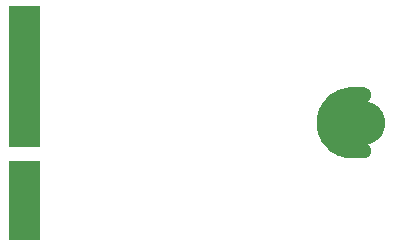
<source format=gbr>
G04 #@! TF.GenerationSoftware,KiCad,Pcbnew,7.0.2-1.fc38*
G04 #@! TF.CreationDate,2023-05-11T21:02:33-04:00*
G04 #@! TF.ProjectId,m2-sd-card,6d322d73-642d-4636-9172-642e6b696361,v0.5.0*
G04 #@! TF.SameCoordinates,PX71581d0PY6410748*
G04 #@! TF.FileFunction,Soldermask,Bot*
G04 #@! TF.FilePolarity,Negative*
%FSLAX46Y46*%
G04 Gerber Fmt 4.6, Leading zero omitted, Abs format (unit mm)*
G04 Created by KiCad (PCBNEW 7.0.2-1.fc38) date 2023-05-11 21:02:33*
%MOMM*%
%LPD*%
G01*
G04 APERTURE LIST*
G04 APERTURE END LIST*
G36*
X2575576Y6700577D02*
G01*
X2580000Y6689896D01*
X2580000Y10105D01*
X2575576Y-576D01*
X2564896Y-5000D01*
X10104Y-5000D01*
X-577Y-576D01*
X-5000Y10105D01*
X-5000Y6689896D01*
X-577Y6700577D01*
X10104Y6705000D01*
X2564896Y6705000D01*
X2575576Y6700577D01*
G37*
G36*
X2575576Y19850577D02*
G01*
X2580000Y19839896D01*
X2580000Y7910105D01*
X2575576Y7899424D01*
X2564896Y7895000D01*
X10104Y7895000D01*
X-577Y7899424D01*
X-5000Y7910105D01*
X-5000Y19839896D01*
X-577Y19850577D01*
X10104Y19855000D01*
X2564896Y19855000D01*
X2575576Y19850577D01*
G37*
G36*
X30078333Y12920072D02*
G01*
X30114952Y12910670D01*
X30149483Y12906477D01*
X30187633Y12892009D01*
X30230078Y12881110D01*
X30260575Y12864344D01*
X30290278Y12853079D01*
X30326322Y12828200D01*
X30367366Y12805636D01*
X30390539Y12783875D01*
X30414203Y12767541D01*
X30445243Y12732504D01*
X30481571Y12698390D01*
X30496987Y12674099D01*
X30514060Y12654827D01*
X30537212Y12610713D01*
X30565517Y12566112D01*
X30573475Y12541620D01*
X30584035Y12521499D01*
X30596674Y12470219D01*
X30613930Y12417113D01*
X30615357Y12394422D01*
X30620073Y12375291D01*
X30620073Y12319472D01*
X30623767Y12260756D01*
X30620073Y12241392D01*
X30620073Y12224710D01*
X30605996Y12167600D01*
X30594410Y12106864D01*
X30587303Y12091762D01*
X30584035Y12078502D01*
X30555303Y12023758D01*
X30527705Y11965108D01*
X30518998Y11954584D01*
X30514060Y11945174D01*
X30471076Y11896657D01*
X30427842Y11844395D01*
X30419238Y11838145D01*
X30414202Y11832459D01*
X30358416Y11793954D01*
X30334855Y11776837D01*
X30347445Y11713084D01*
X30406101Y11704243D01*
X30458816Y11687983D01*
X30514126Y11675951D01*
X30592065Y11646882D01*
X30666747Y11623845D01*
X30711121Y11602476D01*
X30758079Y11584961D01*
X30837184Y11541767D01*
X30912500Y11505496D01*
X30948265Y11481112D01*
X30986595Y11460182D01*
X31064477Y11401880D01*
X31137869Y11351842D01*
X31165219Y11326465D01*
X31195040Y11304141D01*
X31269145Y11230036D01*
X31337820Y11166315D01*
X31357326Y11141855D01*
X31379140Y11120041D01*
X31446800Y11029659D01*
X31507886Y10953059D01*
X31520508Y10931196D01*
X31535181Y10911596D01*
X31593718Y10804394D01*
X31644268Y10716838D01*
X31651273Y10698989D01*
X31659960Y10683080D01*
X31706716Y10557722D01*
X31743920Y10462928D01*
X31746833Y10450165D01*
X31750950Y10439127D01*
X31783394Y10289980D01*
X31804616Y10197002D01*
X31805139Y10190018D01*
X31806294Y10184710D01*
X31822129Y9963303D01*
X31825000Y9925000D01*
X31822126Y9886659D01*
X31806294Y9665291D01*
X31805139Y9659984D01*
X31804616Y9652998D01*
X31783389Y9560001D01*
X31750950Y9410874D01*
X31746833Y9399838D01*
X31743920Y9387072D01*
X31706709Y9292260D01*
X31659960Y9166921D01*
X31651274Y9151016D01*
X31644268Y9133162D01*
X31593707Y9045590D01*
X31535181Y8938405D01*
X31520511Y8918809D01*
X31507886Y8896941D01*
X31446787Y8820327D01*
X31379140Y8729960D01*
X31357330Y8708151D01*
X31337820Y8683685D01*
X31269131Y8619952D01*
X31195040Y8545860D01*
X31165225Y8523541D01*
X31137869Y8498158D01*
X31064462Y8448111D01*
X30986595Y8389819D01*
X30948273Y8368894D01*
X30912500Y8344504D01*
X30837168Y8308227D01*
X30758079Y8265040D01*
X30711130Y8247530D01*
X30666747Y8226155D01*
X30592049Y8203115D01*
X30514126Y8174050D01*
X30458827Y8162021D01*
X30406101Y8145757D01*
X30347445Y8136916D01*
X30334916Y8073475D01*
X30367366Y8055636D01*
X30390538Y8033876D01*
X30414203Y8017541D01*
X30445243Y7982504D01*
X30481571Y7948390D01*
X30496987Y7924099D01*
X30514060Y7904827D01*
X30537212Y7860713D01*
X30565517Y7816112D01*
X30573475Y7791620D01*
X30584035Y7771499D01*
X30596674Y7720219D01*
X30613930Y7667113D01*
X30615357Y7644422D01*
X30620073Y7625291D01*
X30620073Y7569472D01*
X30623767Y7510756D01*
X30620073Y7491392D01*
X30620073Y7474710D01*
X30605996Y7417600D01*
X30594410Y7356864D01*
X30587303Y7341762D01*
X30584035Y7328502D01*
X30555303Y7273758D01*
X30527705Y7215108D01*
X30518998Y7204584D01*
X30514060Y7195174D01*
X30471075Y7146656D01*
X30427842Y7094395D01*
X30419239Y7088145D01*
X30414203Y7082460D01*
X30358412Y7043952D01*
X30301096Y7002308D01*
X30294025Y6999509D01*
X30290278Y6996922D01*
X30224082Y6971817D01*
X30155431Y6944636D01*
X30150908Y6944065D01*
X30149483Y6943524D01*
X30076056Y6934609D01*
X30000000Y6925000D01*
X29000000Y6925000D01*
X28831528Y6925000D01*
X28831524Y6925000D01*
X28496690Y6962727D01*
X28168185Y7037706D01*
X28040285Y7082460D01*
X27850140Y7148994D01*
X27546561Y7295190D01*
X27386717Y7395627D01*
X27261251Y7474462D01*
X26997810Y7684549D01*
X26997806Y7684552D01*
X26759551Y7922807D01*
X26638103Y8075099D01*
X26549462Y8186251D01*
X26408061Y8411290D01*
X26370189Y8471562D01*
X26223993Y8775141D01*
X26112705Y9093186D01*
X26037728Y9421683D01*
X26017050Y9605203D01*
X26000000Y9756524D01*
X26000000Y10093476D01*
X26037727Y10428310D01*
X26037727Y10428311D01*
X26037728Y10428318D01*
X26112705Y10756815D01*
X26223993Y11074860D01*
X26370189Y11378439D01*
X26542729Y11653033D01*
X26549462Y11663749D01*
X26549464Y11663752D01*
X26759551Y11927194D01*
X26997806Y12165449D01*
X27261248Y12375536D01*
X27546561Y12554811D01*
X27850140Y12701007D01*
X28168185Y12812295D01*
X28496682Y12887272D01*
X28496689Y12887273D01*
X28496690Y12887273D01*
X28831524Y12925000D01*
X29000000Y12925000D01*
X29075889Y12925000D01*
X29996924Y12925000D01*
X30000000Y12925000D01*
X30078333Y12920072D01*
G37*
M02*

</source>
